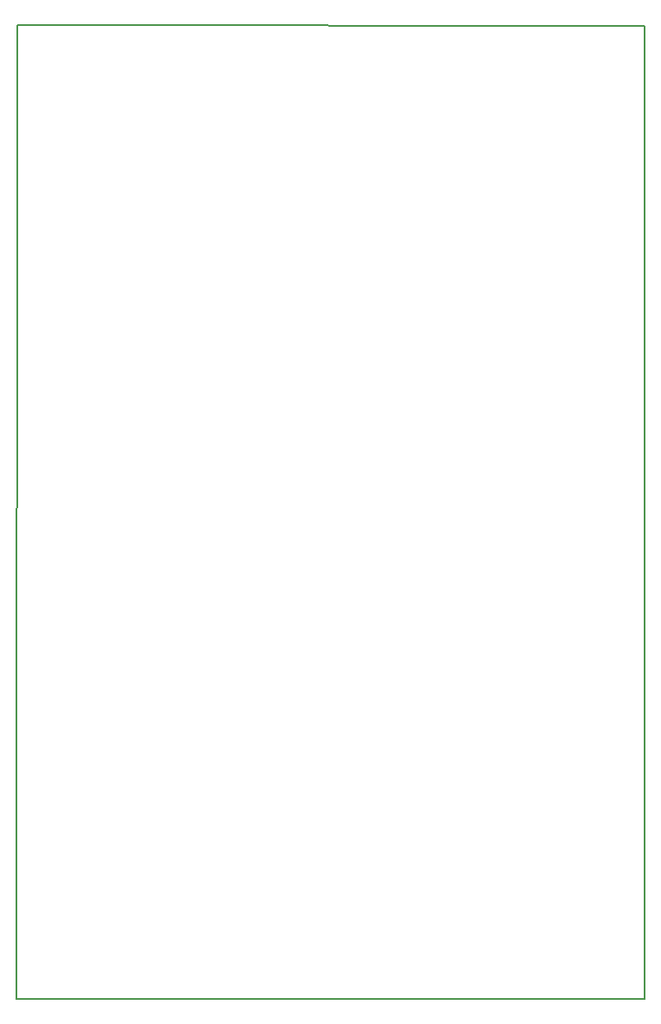
<source format=gbr>
G04 #@! TF.GenerationSoftware,KiCad,Pcbnew,5.0.2-bee76a0~70~ubuntu18.10.1*
G04 #@! TF.CreationDate,2019-03-17T01:37:17+01:00*
G04 #@! TF.ProjectId,Relocator 4 Kickstart,52656c6f-6361-4746-9f72-2034204b6963,rev?*
G04 #@! TF.SameCoordinates,Original*
G04 #@! TF.FileFunction,Profile,NP*
%FSLAX46Y46*%
G04 Gerber Fmt 4.6, Leading zero omitted, Abs format (unit mm)*
G04 Created by KiCad (PCBNEW 5.0.2-bee76a0~70~ubuntu18.10.1) date dom 17 mar 2019 01:37:17 CET*
%MOMM*%
%LPD*%
G01*
G04 APERTURE LIST*
%ADD10C,0.150000*%
G04 APERTURE END LIST*
D10*
X84988400Y-118211600D02*
X23418800Y-118211600D01*
X84988400Y-22860000D02*
X84988400Y-118211600D01*
X23469600Y-22809200D02*
X84988400Y-22860000D01*
X23418800Y-118211600D02*
X23469600Y-22809200D01*
M02*

</source>
